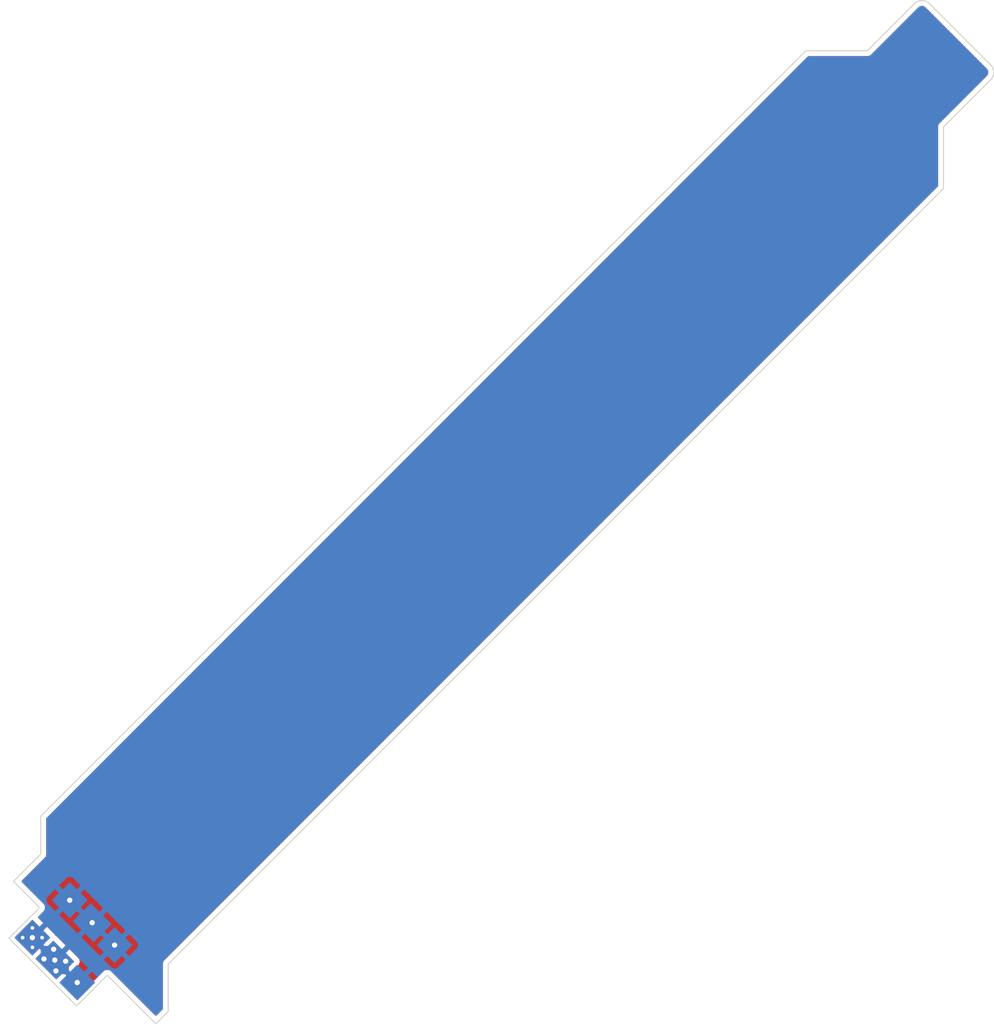
<source format=kicad_pcb>
(kicad_pcb (version 20211014) (generator pcbnew)
  (layers (0 "F.Cu" signal) (31 "B.Cu" signal) (34 "B.Paste" user) (35 "F.Paste" user) (36 "B.SilkS" user "B.Silkscreen") (37 "F.SilkS" user "F.Silkscreen") (38 "B.Mask" user) (39 "F.Mask" user) (44 "Edge.Cuts" user))
  (net 0 "")
  (net 1 "GND")
  (footprint "slot_cover:TestPoint_Pad_THT_wide_2.0x2.0mm" (layer "F.Cu") (at 108.080531 121.5343 -135)
    (fp_text reference "TP2" hide)
    (fp_text value "TestPoint" hide)
    (pad "1" thru_hole circle (at 0.65 -0.8 225) (size 0.55 0.55) (drill 0.5) (layers *.Cu *.Mask) (net 1 "GND"))
    (pad "1" thru_hole circle (at 0.65 0.8 225) (size 0.55 0.55) (drill 0.5) (layers *.Cu *.Mask) (net 1 "GND"))
    (pad "1" thru_hole rect (at 0 0 225) (size 2.4 2.8) (drill 0.5) (layers *.Cu *.Mask) (net 1 "GND"))
    (pad "1" thru_hole circle (at -0.65 -0.8 225) (size 0.55 0.55) (drill 0.5) (layers *.Cu *.Mask) (net 1 "GND"))
    (pad "1" thru_hole circle (at -0.65 0.8 225) (size 0.55 0.55) (drill 0.5) (layers *.Cu *.Mask) (net 1 "GND"))
  )
  (footprint "slot_cover:TestPoint_Pad_THT_2.0x2.0mm" (layer "F.Cu") (at 105.959211 119.41298 135)
    (fp_text reference "TP3" hide)
    (fp_text value "TestPoint" hide)
    (pad "1" thru_hole circle (at 0.65 -0.65 135) (size 0.4 0.4) (drill 0.35) (layers *.Cu "B.Mask") (net 1 "GND"))
    (pad "1" thru_hole circle (at -0.65 0.65 135) (size 0.4 0.4) (drill 0.35) (layers *.Cu *.Mask) (net 1 "GND"))
    (pad "1" thru_hole rect (at 0 0 135) (size 2.4 2.4) (drill 0.5) (layers *.Cu *.Mask) (net 1 "GND"))
    (pad "1" thru_hole circle (at 0.65 0.65 135) (size 0.4 0.4) (drill 0.35) (layers *.Cu *.Mask) (net 1 "GND"))
    (pad "1" thru_hole circle (at -0.65 -0.65 135) (size 0.4 0.4) (drill 0.35) (layers *.Cu *.Mask) (net 1 "GND"))
  )
  (footprint "slot_cover:TestPoint_Pad_2.0x2.0mm" (layer "B.Cu") (at 109.494745 115.877446 -135)
    (fp_text reference "REF**" hide)
    (fp_text value "TestPoint_Pad_2.0x2.0mm" hide)
    (pad "1" smd rect (at 0 0 225) (size 2.4 2.4) (layers "B.Cu" "B.Mask") (net 1 "GND"))
  )
  (footprint "slot_cover:TestPoint_Pad_2.0x2.0mm" (layer "B.Cu") (at 110.201851 123.655621 -45)
    (fp_text reference "TP1" hide)
    (fp_text value "TestPoint" hide)
    (pad "1" smd rect (at 0 0 315) (size 2.4 2.4) (layers "B.Cu" "B.Mask") (net 1 "GND"))
  )
  (footprint "slot_cover:TestPoint_Pad_wide_2.0x2.0mm" (layer "B.Cu") (at 111.616065 117.998766 -135)
    (fp_text reference "REF**" hide)
    (fp_text value "TestPoint_Pad_wide_2.0x2.0mm" hide)
    (pad "1" smd rect (at 0 0 225) (size 2.4 2.8) (layers "B.Cu" "B.Mask") (net 1 "GND"))
  )
  (footprint "slot_cover:TestPoint_Pad_2.0x2.0mm" (layer "B.Cu") (at 113.737385 120.120087 -135)
    (fp_text reference "REF**" hide)
    (fp_text value "TestPoint_Pad_2.0x2.0mm" hide)
    (pad "1" smd rect (at 0 0 225) (size 2.4 2.4) (layers "B.Cu" "B.Mask") (net 1 "GND"))
  )
  (gr_line (start 106.650054 116.568289) (end 103.746674 119.47167) (layer "Edge.Cuts") (width 0.1))
  (gr_line (start 103.746674 119.47167) (end 110.143162 125.868158) (layer "Edge.Cuts") (width 0.1))
  (gr_line (start 113.046542 122.964777) (end 117.642736 127.560971) (layer "Edge.Cuts") (width 0.1))
  (gr_line (start 190.818388 31.090393) (end 196.606765 36.878769) (layer "Edge.Cuts") (width 0.1))
  (gr_line (start 118.809462 121.90836) (end 118.809462 126.394245) (layer "Edge.Cuts") (width 0.1))
  (gr_line (start 106.758948 111.509648) (end 104.17518 114.093416) (layer "Edge.Cuts") (width 0.1))
  (gr_line (start 179.131328 35.545166) (end 184.949402 35.545166) (layer "Edge.Cuts") (width 0.1))
  (gr_line (start 184.949402 35.545166) (end 189.404175 31.090393) (layer "Edge.Cuts") (width 0.1))
  (gr_line (start 192.151992 42.747756) (end 196.606765 38.292983) (layer "Edge.Cuts") (width 0.1))
  (gr_line (start 104.17518 114.093416) (end 106.650054 116.568289) (layer "Edge.Cuts") (width 0.1))
  (gr_line (start 192.151992 48.56583) (end 118.809462 121.90836) (layer "Edge.Cuts") (width 0.1))
  (gr_arc (start 189.404175 31.090393) (mid 190.111282 30.7975) (end 190.818388 31.090393) (layer "Edge.Cuts") (width 0.1))
  (gr_line (start 192.151992 48.56583) (end 192.151992 42.747756) (layer "Edge.Cuts") (width 0.1))
  (gr_line (start 118.809462 126.394245) (end 117.642736 127.560971) (layer "Edge.Cuts") (width 0.1))
  (gr_arc (start 196.606765 36.878769) (mid 196.899658 37.585876) (end 196.606765 38.292983) (layer "Edge.Cuts") (width 0.1))
  (gr_line (start 106.758948 107.917545) (end 179.131328 35.545166) (layer "Edge.Cuts") (width 0.1))
  (gr_line (start 106.758948 107.917545) (end 106.758948 111.509648) (layer "Edge.Cuts") (width 0.1))
  (gr_line (start 113.046542 122.964777) (end 110.143162 125.868158) (layer "Edge.Cuts") (width 0.1))
  (via (at 110.201851 123.655621) (size 1) (drill 0.5) (layers "F.Cu" "B.Cu") (net 1))
  (via (at 113.737385 120.120087) (size 1) (drill 0.5) (layers "F.Cu" "B.Cu") (net 1))
  (via (at 111.616065 117.998766) (size 1) (drill 0.5) (layers "F.Cu" "B.Cu") (net 1))
  (via (at 109.494745 115.877446) (size 1) (drill 0.5) (layers "F.Cu" "B.Cu") (net 1))
  (zone (net 1) (net_name "GND") (layers F&B.Cu) (connect_pads (clearance 0.508)) (min_thickness 0.254) (fill yes (thermal_gap 0.508) (thermal_bridge_width 0.508))
    (polygon (pts (xy 184.964958 35.580521) (xy 189.455087 31.090393) (xy 189.631863 30.984327) (xy 189.773285 30.913617) (xy 189.985417 30.842906) (xy 190.197549 30.842906) (xy 190.480391 30.913617) (xy 190.657168 31.019683) (xy 196.63222 36.994735) (xy 196.773642 37.206867) (xy 196.844352 37.418999) (xy 196.879708 37.666486) (xy 196.844352 37.843263) (xy 196.667576 38.161461) (xy 192.106737 42.7223) (xy 192.106737 48.591286) (xy 118.779764 121.918259) (xy 118.779764 126.373032) (xy 117.648393 127.504403) (xy 104.248719 114.104729) (xy 106.829659 111.52379) (xy 106.829659 107.917545) (xy 179.166683 35.580521)))
  )
  (zone (net 1) (net_name "GND") (layers F&B.Cu) (connect_pads (clearance 0.508)) (min_thickness 0.254) (fill yes (thermal_gap 0.508) (thermal_bridge_width 0.508))
    (polygon (pts (xy 112.062249 119.726228) (xy 113.299686 122.660721) (xy 110.153061 125.807347) (xy 103.7891 119.443386) (xy 107.748898 115.483588)))
  )
)
</source>
